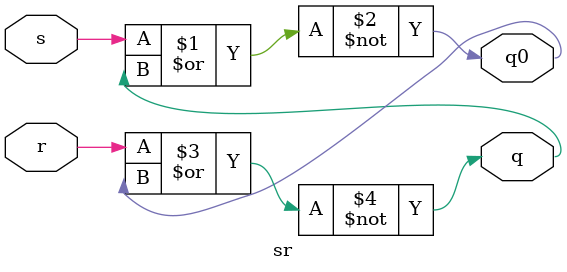
<source format=v>
/*
AUTHOR: Gabe Garves
DATE: 11/15/2019
FROM: TXST SENIOR DESIGN PROJECT FALL 2019
FOR: TEXAS STATE UNIVERSITY STUDENT AND INSTRUCTOR USE
*/
//Structural Code
module sr(q, q0, s, r);
    output q, q0;   //Technically 1 output. 
    
    input r, s;     //2 inputs: set and reset
                    //q represents output is high and	
                    //q0 represents output is low.
    
    //gate var_name(output1, input1, input2);
    
    nor n1(q0, s, q);   //The logic
    nor n2(q,  r, q0);
    
endmodule


</source>
